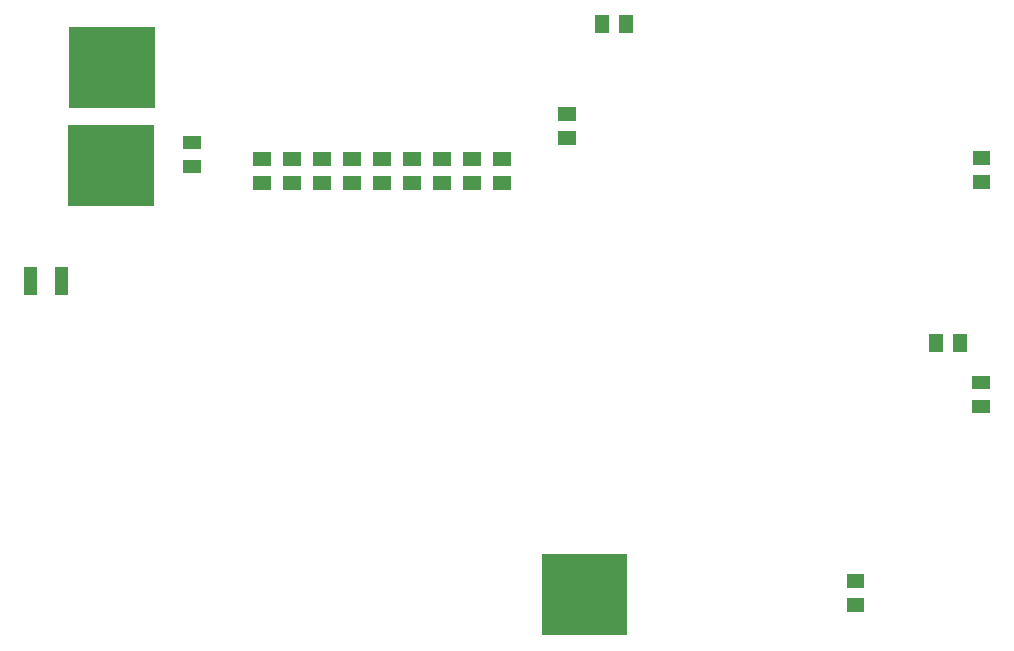
<source format=gbr>
G04 start of page 10 for group -4014 idx -4014 *
G04 Title: (unknown), bottompaste *
G04 Creator: pcb 20110918 *
G04 CreationDate: Sun 30 Sep 2012 06:14:18 PM GMT UTC *
G04 For: ggallant *
G04 Format: Gerber/RS-274X *
G04 PCB-Dimensions: 372500 225000 *
G04 PCB-Coordinate-Origin: lower left *
%MOIN*%
%FSLAX25Y25*%
%LNBOTTOMPASTE*%
%ADD96R,0.0430X0.0430*%
%ADD95R,0.2700X0.2700*%
%ADD94R,0.0450X0.0450*%
G54D94*X235900Y216800D02*Y215400D01*
X243900Y216800D02*Y215400D01*
X361400Y96600D02*X362800D01*
X361400Y88600D02*X362800D01*
X98400Y176600D02*X99800D01*
X98400Y168600D02*X99800D01*
G54D95*X71700Y201500D02*X73300D01*
G54D94*X319700Y22400D02*X321100D01*
X319700Y30400D02*X321100D01*
X361700Y163400D02*X363100D01*
X361700Y171400D02*X363100D01*
X191900Y171100D02*X193300D01*
X191900Y163100D02*X193300D01*
X201900Y171100D02*X203300D01*
X201900Y163100D02*X203300D01*
G54D95*X229200Y25800D02*X230800D01*
X71500Y169000D02*X73100D01*
G54D94*X223400Y186100D02*X224800D01*
X223400Y178100D02*X224800D01*
X347200Y110600D02*Y109200D01*
X355200Y110600D02*Y109200D01*
G54D96*X55600Y132900D02*Y128100D01*
X45400Y132900D02*Y128100D01*
G54D94*X181900Y171100D02*X183300D01*
X181900Y163100D02*X183300D01*
X171900Y171100D02*X173300D01*
X171900Y163100D02*X173300D01*
X161900Y171100D02*X163300D01*
X161900Y163100D02*X163300D01*
X151900Y171100D02*X153300D01*
X151900Y163100D02*X153300D01*
X141900Y171100D02*X143300D01*
X141900Y163100D02*X143300D01*
X131900Y171100D02*X133300D01*
X131900Y163100D02*X133300D01*
X121900Y171100D02*X123300D01*
X121900Y163100D02*X123300D01*
M02*

</source>
